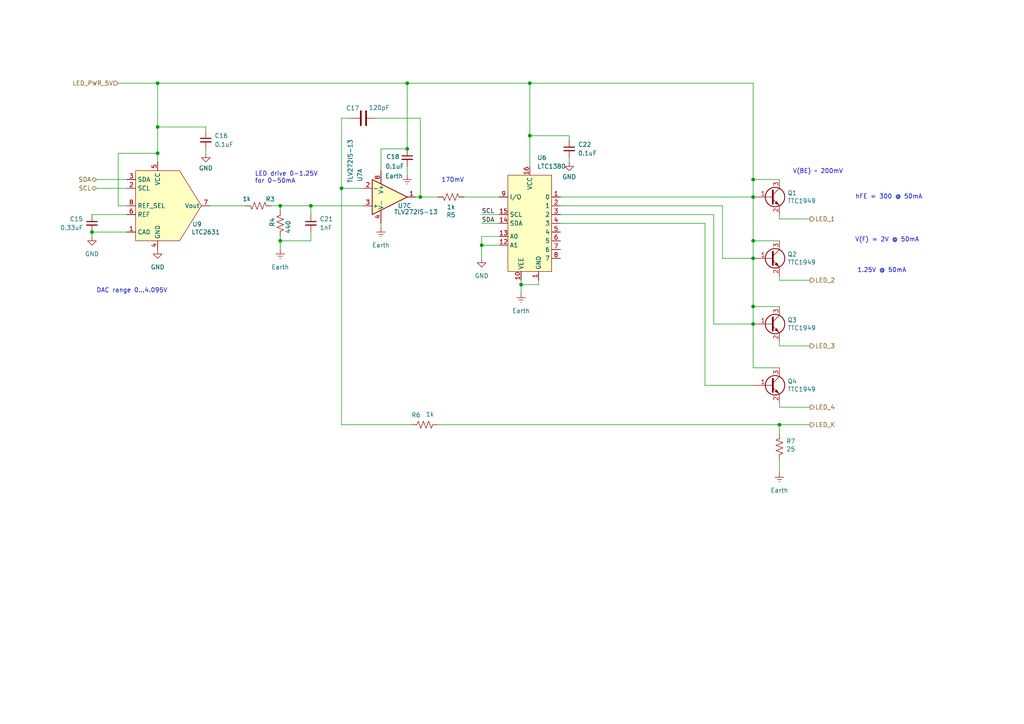
<source format=kicad_sch>
(kicad_sch (version 20250114) (generator "eeschema") (generator_version "9.0")
  (paper "A4")
  (lib_symbols
    (symbol "Device:C" (pin_numbers (hide yes)) (pin_names (offset 0.254))
      (property "Reference" "C" (at 0.635 2.54 0))
      (property "Value" "C" (at 0.635 -2.54 0))
      (symbol "C_0_1"
        (polyline (pts (xy -2.032 0.762) (xy 2.032 0.762)) (stroke (width 0.508)))
        (polyline (pts (xy -2.032 -0.762) (xy 2.032 -0.762)) (stroke (width 0.508)))
      )
      (symbol "C_1_1"
        (pin passive line (at 0 3.81 270) (length 2.794) (name "~") (number "1"))
        (pin passive line (at 0 -3.81 90) (length 2.794) (name "~") (number "2"))
      )
    )
    (symbol "Device:C_Small" (pin_numbers (hide yes)) (pin_names (offset 0.254) (hide yes))
      (property "Reference" "C" (at 0.254 1.778 0))
      (property "Value" "C_Small" (at 0.254 -2.032 0))
      (symbol "C_Small_0_1"
        (polyline (pts (xy -1.524 0.508) (xy 1.524 0.508)) (stroke (width 0.3048)))
        (polyline (pts (xy -1.524 -0.508) (xy 1.524 -0.508)) (stroke (width 0.3302)))
      )
      (symbol "C_Small_1_1"
        (pin passive line (at 0 2.54 270) (length 2.032) (name "~") (number "1"))
        (pin passive line (at 0 -2.54 90) (length 2.032) (name "~") (number "2"))
      )
    )
    (symbol "Device:Q_NPN_BEC" (pin_names (offset 0) (hide yes))
      (property "Reference" "Q" (at 5.08 1.27 0))
      (property "Value" "Q_NPN_BEC" (at 5.08 -1.27 0))
      (symbol "Q_NPN_BEC_0_1"
        (polyline (pts (xy 0.635 1.905) (xy 0.635 -1.905) (xy 0.635 -1.905)) (stroke (width 0.508)))
        (polyline (pts (xy 0.635 0.635) (xy 2.54 2.54)))
        (polyline (pts (xy 0.635 -0.635) (xy 2.54 -2.54) (xy 2.54 -2.54)))
        (circle (center 1.27 0) (radius 2.8194) (stroke (width 0.254)))
        (polyline (pts (xy 1.27 -1.778) (xy 1.778 -1.27) (xy 2.286 -2.286) (xy 1.27 -1.778) (xy 1.27 -1.778)) (fill (type outline)))
      )
      (symbol "Q_NPN_BEC_1_1"
        (pin input line (at -5.08 0 0) (length 5.715) (name "B") (number "1"))
        (pin passive line (at 2.54 5.08 270) (length 2.54) (name "C") (number "3"))
        (pin passive line (at 2.54 -5.08 90) (length 2.54) (name "E") (number "2"))
      )
    )
    (symbol "Device:R_US" (pin_numbers (hide yes)) (pin_names (offset 0))
      (property "Reference" "R" (at 2.54 0 90))
      (property "Value" "R_US" (at -2.54 0 90))
      (symbol "R_US_0_1"
        (polyline (pts (xy 0 2.286) (xy 0 2.54)))
        (polyline (pts (xy 0 2.286) (xy 1.016 1.905) (xy 0 1.524) (xy -1.016 1.143) (xy 0 0.762)))
        (polyline (pts (xy 0 0.762) (xy 1.016 0.381) (xy 0 0) (xy -1.016 -0.381) (xy 0 -0.762)))
        (polyline (pts (xy 0 -0.762) (xy 1.016 -1.143) (xy 0 -1.524) (xy -1.016 -1.905) (xy 0 -2.286)))
        (polyline (pts (xy 0 -2.286) (xy 0 -2.54)))
      )
      (symbol "R_US_1_1"
        (pin passive line (at 0 3.81 270) (length 1.27) (name "~") (number "1"))
        (pin passive line (at 0 -3.81 90) (length 1.27) (name "~") (number "2"))
      )
    )
    (symbol "TLV272IS-13:TLV272IS-13" (pin_names (offset 0.127))
      (property "Reference" "U" (at 0 5.08 0))
      (property "Value" "TLV272IS-13" (at 0 -5.08 0))
      (symbol "TLV272IS-13_1_1"
        (polyline (pts (xy -5.08 5.08) (xy 5.08 0) (xy -5.08 -5.08) (xy -5.08 5.08)) (stroke (width 0.254)) (fill (type background)))
        (pin input line (at -7.62 2.54 0) (length 2.54) (name "+") (number "3"))
        (pin input line (at -7.62 -2.54 0) (length 2.54) (name "-") (number "2"))
        (pin output line (at 7.62 0 180) (length 2.54) (name "~") (number "1"))
      )
      (symbol "TLV272IS-13_2_1"
        (polyline (pts (xy -5.08 5.08) (xy 5.08 0) (xy -5.08 -5.08) (xy -5.08 5.08)) (stroke (width 0.254)) (fill (type background)))
        (pin input line (at -7.62 2.54 0) (length 2.54) (name "+") (number "5"))
        (pin input line (at -7.62 -2.54 0) (length 2.54) (name "-") (number "6"))
        (pin output line (at 7.62 0 180) (length 2.54) (name "~") (number "7"))
      )
      (symbol "TLV272IS-13_3_1"
        (pin power_in line (at -2.54 7.62 270) (length 3.81) (name "V+") (number "8"))
        (pin power_in line (at -2.54 -7.62 90) (length 3.81) (name "V-") (number "4"))
      )
    )
    (symbol "my_LTC1380:LTC1380"
      (property "Reference" "U" (at 9.652 9.144 0))
      (symbol "LTC1380_1_1"
        (rectangle (start 0 6.35) (end 12.7 -21.59) (fill (type background)))
        (pin bidirectional line (at -2.54 0 0) (length 2.54) (name "I/O") (number "9"))
        (pin bidirectional line (at -2.54 -5.08 0) (length 2.54) (name "SCL") (number "15"))
        (pin bidirectional line (at -2.54 -7.62 0) (length 2.54) (name "SDA") (number "14"))
        (pin input line (at -2.54 -11.43 0) (length 2.54) (name "A0") (number "13"))
        (pin input line (at -2.54 -13.97 0) (length 2.54) (name "A1") (number "12"))
        (pin power_in line (at 3.81 -24.13 90) (length 2.54) (name "VEE") (number "10"))
        (pin power_in line (at 6.35 8.89 270) (length 2.54) (name "VCC") (number "16"))
        (pin power_out line (at 8.89 -24.13 90) (length 2.54) (name "GND") (number "1"))
        (pin bidirectional line (at 15.24 0 180) (length 2.54) (name "0") (number "1"))
        (pin bidirectional line (at 15.24 -2.54 180) (length 2.54) (name "1") (number "2"))
        (pin bidirectional line (at 15.24 -5.08 180) (length 2.54) (name "2") (number "3"))
        (pin bidirectional line (at 15.24 -7.62 180) (length 2.54) (name "3") (number "4"))
        (pin bidirectional line (at 15.24 -10.16 180) (length 2.54) (name "4") (number "5"))
        (pin bidirectional line (at 15.24 -12.7 180) (length 2.54) (name "5") (number "6"))
        (pin bidirectional line (at 15.24 -15.24 180) (length 2.54) (name "6") (number "7"))
        (pin bidirectional line (at 15.24 -17.78 180) (length 2.54) (name "7") (number "8"))
      )
    )
    (symbol "my_LTC2631:LTC2631"
      (property "Reference" "U9" (at 8.3059 5.08 0))
      (property "Value" "LTC2631" (at 8.3059 2.54 0))
      (symbol "LTC2631_1_1"
        (polyline (pts (xy 19.05 -11.43) (xy 12.7 -1.27) (xy 0 -1.27) (xy 0 -21.59) (xy 12.7 -21.59) (xy 19.05 -11.43)) (fill (type background)))
        (pin passive line (at -2.54 -3.81 0) (length 2.54) (name "SDA") (number "3"))
        (pin passive line (at -2.54 -6.35 0) (length 2.54) (name "SCL") (number "2"))
        (pin passive line (at -2.54 -11.43 0) (length 2.54) (name "REF_SEL") (number "8"))
        (pin passive line (at -2.54 -13.97 0) (length 2.54) (name "REF") (number "6"))
        (pin passive line (at -2.54 -19.05 0) (length 2.54) (name "CA0") (number "1"))
        (pin passive line (at 6.35 1.27 270) (length 2.54) (name "VCC") (number "5"))
        (pin passive line (at 6.35 -24.13 90) (length 2.54) (name "GND") (number "4"))
        (pin passive line (at 21.59 -11.43 180) (length 2.54) (name "Vout") (number "7"))
      )
    )
    (symbol "power:Earth" (power) (pin_numbers (hide yes)) (pin_names (offset 0) (hide yes))
      (property "Value" "Earth" (at 0 -3.81 0))
      (symbol "Earth_0_1"
        (polyline (pts (xy -0.635 -1.905) (xy 0.635 -1.905)))
        (polyline (pts (xy -0.127 -2.54) (xy 0.127 -2.54)))
        (polyline (pts (xy 0 -1.27) (xy 0 0)))
        (polyline (pts (xy 1.27 -1.27) (xy -1.27 -1.27)))
      )
      (symbol "Earth_1_1"
        (pin power_in line (at 0 0 270) (length 0) (name "~") (number "1"))
      )
    )
    (symbol "power:GND" (power) (pin_names (offset 0))
      (property "Value" "GND" (at 0 -3.81 0))
      (symbol "GND_0_1"
        (polyline (pts (xy 0 0) (xy 0 -1.27) (xy 1.27 -1.27) (xy 0 -2.54) (xy -1.27 -1.27) (xy 0 -1.27)))
      )
      (symbol "GND_1_1"
        (pin power_in line (at 0 0 270) (length 0) (hide yes) (name "GND") (number "1"))
      )
    )
  )
  (text "DAC range 0...4.095V" (at 27.94 85.09 0) (effects (font (size 1.27 1.27)) (justify left bottom)))
  (text "LED drive 0-1.25V\nfor 0-50mA" (at 73.914 51.562 0) (effects (font (size 1.27 1.27)) (justify left)))
  (text "V(BE) ~ 200mV" (at 237.236 49.784 0) (effects (font (size 1.27 1.27))))
  (text "1.25V @ 50mA" (at 255.778 78.486 0) (effects (font (size 1.27 1.27))))
  (text "170mV" (at 131.318 52.324 0) (effects (font (size 1.27 1.27))))
  (text "V(F) = 2V @ 50mA" (at 257.302 69.596 0) (effects (font (size 1.27 1.27))))
  (text "hFE = 300 @ 50mA" (at 257.81 57.15 0) (effects (font (size 1.27 1.27))))
  (junction (at 81.28 69.85))
  (junction (at 45.72 44.45))
  (junction (at 218.44 57.15))
  (junction (at 121.92 57.15))
  (junction (at 45.72 24.13))
  (junction (at 226.06 123.19))
  (junction (at 81.28 59.69))
  (junction (at 218.44 74.93))
  (junction (at 26.67 67.31))
  (junction (at 90.17 59.69))
  (junction (at 99.06 54.61))
  (junction (at 218.44 88.9))
  (junction (at 218.44 52.07))
  (junction (at 153.67 24.13))
  (junction (at 118.11 24.13))
  (junction (at 218.44 93.98))
  (junction (at 153.67 39.37))
  (junction (at 118.11 43.18))
  (junction (at 139.7 71.12))
  (junction (at 218.44 69.85))
  (junction (at 151.13 82.55))
  (junction (at 45.72 36.83))
  (wire (pts (xy 226.06 69.85) (xy 218.44 69.85)))
  (wire (pts (xy 105.41 54.61) (xy 99.06 54.61)))
  (wire (pts (xy 162.56 64.77) (xy 204.47 64.77)))
  (wire (pts (xy 204.47 64.77) (xy 204.47 111.76)))
  (wire (pts (xy 139.7 68.58) (xy 139.7 71.12)))
  (wire (pts (xy 118.11 43.18) (xy 118.11 24.13)))
  (wire (pts (xy 218.44 24.13) (xy 218.44 52.07)))
  (wire (pts (xy 81.28 72.39) (xy 81.28 69.85)))
  (wire (pts (xy 81.28 69.85) (xy 90.17 69.85)))
  (wire (pts (xy 162.56 62.23) (xy 207.01 62.23)))
  (wire (pts (xy 153.67 24.13) (xy 218.44 24.13)))
  (wire (pts (xy 45.72 24.13) (xy 118.11 24.13)))
  (wire (pts (xy 226.06 62.23) (xy 226.06 63.5)))
  (wire (pts (xy 139.7 71.12) (xy 139.7 74.93)))
  (wire (pts (xy 153.67 24.13) (xy 153.67 39.37)))
  (wire (pts (xy 45.72 36.83) (xy 45.72 44.45)))
  (wire (pts (xy 226.06 116.84) (xy 226.06 118.11)))
  (wire (pts (xy 27.94 54.61) (xy 36.83 54.61)))
  (wire (pts (xy 110.49 43.18) (xy 110.49 49.53)))
  (wire (pts (xy 99.06 34.29) (xy 101.6 34.29)))
  (wire (pts (xy 209.55 59.69) (xy 209.55 74.93)))
  (wire (pts (xy 218.44 106.68) (xy 218.44 93.98)))
  (wire (pts (xy 165.1 40.64) (xy 165.1 39.37)))
  (wire (pts (xy 156.21 81.28) (xy 156.21 82.55)))
  (wire (pts (xy 153.67 39.37) (xy 153.67 48.26)))
  (wire (pts (xy 99.06 54.61) (xy 99.06 34.29)))
  (wire (pts (xy 27.94 52.07) (xy 36.83 52.07)))
  (wire (pts (xy 81.28 59.69) (xy 90.17 59.69)))
  (wire (pts (xy 81.28 68.58) (xy 81.28 69.85)))
  (wire (pts (xy 226.06 123.19) (xy 226.06 125.73)))
  (wire (pts (xy 151.13 81.28) (xy 151.13 82.55)))
  (wire (pts (xy 90.17 59.69) (xy 90.17 62.23)))
  (wire (pts (xy 218.44 52.07) (xy 226.06 52.07)))
  (wire (pts (xy 26.67 62.23) (xy 36.83 62.23)))
  (wire (pts (xy 110.49 43.18) (xy 118.11 43.18)))
  (wire (pts (xy 156.21 82.55) (xy 151.13 82.55)))
  (wire (pts (xy 218.44 57.15) (xy 218.44 52.07)))
  (wire (pts (xy 118.11 48.26) (xy 118.11 50.8)))
  (wire (pts (xy 139.7 64.77) (xy 144.78 64.77)))
  (wire (pts (xy 110.49 64.77) (xy 110.49 66.04)))
  (wire (pts (xy 226.06 133.35) (xy 226.06 137.16)))
  (wire (pts (xy 144.78 68.58) (xy 139.7 68.58)))
  (wire (pts (xy 207.01 62.23) (xy 207.01 93.98)))
  (wire (pts (xy 121.92 57.15) (xy 120.65 57.15)))
  (wire (pts (xy 59.69 38.1) (xy 59.69 36.83)))
  (wire (pts (xy 78.74 59.69) (xy 81.28 59.69)))
  (wire (pts (xy 226.06 88.9) (xy 218.44 88.9)))
  (wire (pts (xy 226.06 99.06) (xy 226.06 100.33)))
  (wire (pts (xy 127 123.19) (xy 226.06 123.19)))
  (wire (pts (xy 26.67 67.31) (xy 36.83 67.31)))
  (wire (pts (xy 226.06 106.68) (xy 218.44 106.68)))
  (wire (pts (xy 218.44 69.85) (xy 218.44 57.15)))
  (wire (pts (xy 34.29 59.69) (xy 34.29 44.45)))
  (wire (pts (xy 109.22 34.29) (xy 121.92 34.29)))
  (wire (pts (xy 226.06 81.28) (xy 234.95 81.28)))
  (wire (pts (xy 218.44 74.93) (xy 218.44 69.85)))
  (wire (pts (xy 59.69 44.45) (xy 59.69 43.18)))
  (wire (pts (xy 45.72 36.83) (xy 59.69 36.83)))
  (wire (pts (xy 34.29 44.45) (xy 45.72 44.45)))
  (wire (pts (xy 81.28 59.69) (xy 81.28 60.96)))
  (wire (pts (xy 45.72 24.13) (xy 45.72 36.83)))
  (wire (pts (xy 209.55 74.93) (xy 218.44 74.93)))
  (wire (pts (xy 162.56 59.69) (xy 209.55 59.69)))
  (wire (pts (xy 119.38 123.19) (xy 99.06 123.19)))
  (wire (pts (xy 34.29 24.13) (xy 45.72 24.13)))
  (wire (pts (xy 162.56 57.15) (xy 218.44 57.15)))
  (wire (pts (xy 26.67 68.58) (xy 26.67 67.31)))
  (wire (pts (xy 226.06 123.19) (xy 234.95 123.19)))
  (wire (pts (xy 226.06 63.5) (xy 234.95 63.5)))
  (wire (pts (xy 204.47 111.76) (xy 218.44 111.76)))
  (wire (pts (xy 134.62 57.15) (xy 144.78 57.15)))
  (wire (pts (xy 218.44 88.9) (xy 218.44 74.93)))
  (wire (pts (xy 226.06 100.33) (xy 234.95 100.33)))
  (wire (pts (xy 226.06 118.11) (xy 234.95 118.11)))
  (wire (pts (xy 139.7 71.12) (xy 144.78 71.12)))
  (wire (pts (xy 218.44 93.98) (xy 218.44 88.9)))
  (wire (pts (xy 139.7 62.23) (xy 144.78 62.23)))
  (wire (pts (xy 99.06 123.19) (xy 99.06 54.61)))
  (wire (pts (xy 90.17 59.69) (xy 105.41 59.69)))
  (wire (pts (xy 90.17 67.31) (xy 90.17 69.85)))
  (wire (pts (xy 118.11 24.13) (xy 153.67 24.13)))
  (wire (pts (xy 207.01 93.98) (xy 218.44 93.98)))
  (wire (pts (xy 165.1 46.99) (xy 165.1 45.72)))
  (wire (pts (xy 60.96 59.69) (xy 71.12 59.69)))
  (wire (pts (xy 153.67 39.37) (xy 165.1 39.37)))
  (wire (pts (xy 121.92 57.15) (xy 127 57.15)))
  (wire (pts (xy 226.06 80.01) (xy 226.06 81.28)))
  (wire (pts (xy 121.92 34.29) (xy 121.92 57.15)))
  (wire (pts (xy 45.72 44.45) (xy 45.72 46.99)))
  (wire (pts (xy 36.83 59.69) (xy 34.29 59.69)))
  (wire (pts (xy 151.13 82.55) (xy 151.13 85.09)))
  (label "SCL" (at 139.7 62.23 0))
  (label "SDA" (at 139.7 64.77 0))
  (hierarchical_label "LED_K" (shape output) (at 234.95 123.19 0))
  (hierarchical_label "LED_PWR_5V" (shape input) (at 34.29 24.13 180))
  (hierarchical_label "LED_1" (shape output) (at 234.95 63.5 0))
  (hierarchical_label "LED_2" (shape output) (at 234.95 81.28 0))
  (hierarchical_label "SDA" (shape bidirectional) (at 27.94 52.07 180))
  (hierarchical_label "LED_3" (shape output) (at 234.95 100.33 0))
  (hierarchical_label "SCL" (shape bidirectional) (at 27.94 54.61 180))
  (hierarchical_label "LED_4" (shape output) (at 234.95 118.11 0))
  (symbol (lib_id "Device:R_US") (at 123.19 123.19 270) (unit 1)
    (property "Reference" "R6" (at 120.65 120.396 90))
    (property "Value" "1k" (at 124.714 120.142 90))
    (property "Footprint" "Resistor_SMD:R_0805_2012Metric_Pad1.20x1.40mm_HandSolder" (effects (hide yes)))
  )
  (symbol (lib_id "Device:R_US") (at 130.81 57.15 270) (mirror x) (unit 1)
    (property "Reference" "R5" (at 130.81 62.357 90))
    (property "Value" "1k" (at 130.81 60.0456 90))
    (property "Footprint" "Resistor_SMD:R_0805_2012Metric_Pad1.20x1.40mm_HandSolder" (effects (hide yes)))
  )
  (symbol (lib_id "Device:R_US") (at 226.06 129.54 0) (mirror x) (unit 1)
    (property "Reference" "R7" (at 229.362 127.254 0) (effects (justify bottom)))
    (property "Value" "25" (at 229.362 129.54 0) (effects (justify bottom)))
    (property "Footprint" "Resistor_SMD:R_1206_3216Metric" (effects (hide yes)))
  )
  (symbol (lib_id "Device:Q_NPN_BEC") (at 223.52 57.15 0) (unit 1)
    (property "Reference" "Q1" (at 228.3714 55.9816 0) (effects (justify left)))
    (property "Value" "TTC1949" (at 228.3714 58.293 0) (effects (justify left)))
    (property "Footprint" "Package_TO_SOT_SMD:SC-59" (effects (hide yes)))
    (property "DigikeyNumber" "TTC1949-GRLFCT-ND" (effects (hide yes)))
    (property "ManufacturerNumber" "TTC1949-GR,LF" (effects (hide yes)))
  )
  (symbol (lib_id "my_LTC1380:LTC1380") (at 147.32 57.15 0) (unit 1)
    (property "Reference" "U6" (at 155.8133 45.72 0) (effects (justify left)))
    (property "Value" "LTC1380" (at 155.8133 48.26 0) (effects (justify left)))
  )
  (symbol (lib_id "Device:Q_NPN_BEC") (at 223.52 93.98 0) (unit 1)
    (property "Reference" "Q3" (at 228.3714 92.8116 0) (effects (justify left)))
    (property "Value" "TTC1949" (at 228.3714 95.123 0) (effects (justify left)))
    (property "Footprint" "Package_TO_SOT_SMD:SC-59" (effects (hide yes)))
    (property "DigikeyNumber" "TTC1949-GRLFCT-ND" (effects (hide yes)))
    (property "ManufacturerNumber" "TTC1949-GR,LF" (effects (hide yes)))
  )
  (symbol (lib_id "power:GND") (at 139.7 74.93 0) (unit 1)
    (property "Reference" "#PWR032" (effects (hide yes)))
    (property "Value" "GND" (at 139.7 80.01 0))
  )
  (symbol (lib_id "power:Earth") (at 81.28 72.39 0) (unit 1)
    (property "Reference" "#PWR033" (effects (hide yes)))
    (property "Value" "Earth" (at 81.28 77.47 0))
    (property "Description" "Power symbol creates a global label with name \"Earth\"" (effects (hide yes)))
  )
  (symbol (lib_id "power:GND") (at 45.72 72.39 0) (unit 1)
    (property "Reference" "#PWR038" (effects (hide yes)))
    (property "Value" "GND" (at 45.72 77.47 0))
  )
  (symbol (lib_id "Device:R_US") (at 81.28 64.77 0) (mirror y) (unit 1)
    (property "Reference" "R4" (at 78.994 64.4398 90))
    (property "Value" "440" (at 83.5914 65.8368 90))
    (property "Footprint" "Resistor_SMD:R_0805_2012Metric_Pad1.20x1.40mm_HandSolder" (effects (hide yes)))
  )
  (symbol (lib_id "power:GND") (at 26.67 68.58 0) (unit 1)
    (property "Reference" "#PWR031" (effects (hide yes)))
    (property "Value" "GND" (at 26.67 73.66 0))
  )
  (symbol (lib_id "power:Earth") (at 226.06 137.16 0) (unit 1)
    (property "Reference" "#PWR037" (effects (hide yes)))
    (property "Value" "Earth" (at 226.06 142.24 0))
    (property "Description" "Power symbol creates a global label with name \"Earth\"" (effects (hide yes)))
  )
  (symbol (lib_id "Device:Q_NPN_BEC") (at 223.52 111.76 0) (unit 1)
    (property "Reference" "Q4" (at 228.3714 110.5916 0) (effects (justify left)))
    (property "Value" "TTC1949" (at 228.3714 112.903 0) (effects (justify left)))
    (property "Footprint" "Package_TO_SOT_SMD:SC-59" (effects (hide yes)))
    (property "DigikeyNumber" "TTC1949-GRLFCT-ND" (effects (hide yes)))
    (property "ManufacturerNumber" "TTC1949-GR,LF" (effects (hide yes)))
  )
  (symbol (lib_id "Device:C_Small") (at 118.11 45.72 0) (unit 1)
    (property "Reference" "C18" (at 112.014 45.466 0) (effects (justify left)))
    (property "Value" "0.1uF" (at 111.76 48.26 0) (effects (justify left)))
    (property "Footprint" "Capacitor_SMD:C_0805_2012Metric_Pad1.18x1.45mm_HandSolder" (effects (hide yes)))
  )
  (symbol (lib_id "TLV272IS-13:TLV272IS-13") (at 113.03 57.15 0) (mirror x) (unit 1)
    (property "Reference" "U7" (at 104.394 50.8 90))
    (property "Value" "TLV272IS-13" (at 101.6 46.736 90))
    (property "Footprint" "Package_SO:SOIC-8_3.9x4.9mm_P1.27mm" (effects (hide yes)))
    (property "Datasheet" "https://www.diodes.com/assets/Datasheets/TLV27x.pdf" (effects (hide yes)))
    (property "DigikeyNumber" "TLV272IS-13DICT-ND" (effects (hide yes)))
  )
  (symbol (lib_id "power:Earth") (at 110.49 66.04 0) (unit 1)
    (property "Reference" "#PWR035" (effects (hide yes)))
    (property "Value" "Earth" (at 110.49 71.12 0))
    (property "Description" "Power symbol creates a global label with name \"Earth\"" (effects (hide yes)))
  )
  (symbol (lib_id "power:Earth") (at 118.11 50.8 0) (unit 1)
    (property "Reference" "#PWR036" (effects (hide yes)))
    (property "Value" "Earth" (at 114.3 51.054 0))
    (property "Description" "Power symbol creates a global label with name \"Earth\"" (effects (hide yes)))
  )
  (symbol (lib_id "power:GND") (at 165.1 46.99 0) (mirror y) (unit 1)
    (property "Reference" "#PWR039" (effects (hide yes)))
    (property "Value" "GND" (at 165.1 51.308 0))
  )
  (symbol (lib_id "Device:C_Small") (at 90.17 64.77 0) (unit 1)
    (property "Reference" "C21" (at 92.71 63.5063 0) (effects (justify left)))
    (property "Value" "1nF" (at 92.71 66.0463 0) (effects (justify left)))
    (property "Footprint" "Capacitor_SMD:C_0805_2012Metric_Pad1.18x1.45mm_HandSolder" (effects (hide yes)))
  )
  (symbol (lib_id "my_LTC2631:LTC2631") (at 39.37 48.26 0) (unit 1)
    (property "Reference" "U9" (at 57.15 65.024 0))
    (property "Value" "LTC2631" (at 59.69 67.31 0))
    (property "Footprint" "Package_TO_SOT_SMD:TSOT-23-8" (effects (hide yes)))
    (property "Datasheet" "https://www.analog.com/media/en/technical-documentation/data-sheets/2631fd.pdf" (effects (hide yes)))
    (property "DigikeyNumber" "LTC2631CTS8-HZ12#TRMPBFCT-ND" (effects (hide yes)))
    (property "ManufacturerNumber" "LTC2631CTS8-HZ12#TRMPBF" (effects (hide yes)))
  )
  (symbol (lib_id "Device:C_Small") (at 165.1 43.18 0) (unit 1)
    (property "Reference" "C22" (at 167.64 41.9163 0) (effects (justify left)))
    (property "Value" "0.1uF" (at 167.64 44.4563 0) (effects (justify left)))
    (property "Footprint" "Capacitor_SMD:C_0603_1608Metric" (effects (hide yes)))
    (property "DigikeyNumber" "1276-1005-1-ND" (effects (hide yes)))
    (property "ManufacturerNumber" "CL10B104KO8NNNC" (effects (hide yes)))
  )
  (symbol (lib_id "Device:C_Small") (at 26.67 64.77 0) (mirror y) (unit 1)
    (property "Reference" "C15" (at 24.13 63.5063 0) (effects (justify left)))
    (property "Value" "0.33uF" (at 24.13 66.0463 0) (effects (justify left)))
    (property "Footprint" "Capacitor_SMD:C_0603_1608Metric" (effects (hide yes)))
    (property "DigikeyNumber" "1276-2048-1-ND" (effects (hide yes)))
    (property "ManufacturerNumber" "CL10B334KO8NNNC" (effects (hide yes)))
  )
  (symbol (lib_id "power:Earth") (at 151.13 85.09 0) (unit 1)
    (property "Reference" "#PWR029" (effects (hide yes)))
    (property "Value" "Earth" (at 151.13 90.17 0))
    (property "Description" "Power symbol creates a global label with name \"Earth\"" (effects (hide yes)))
  )
  (symbol (lib_id "Device:C") (at 105.41 34.29 90) (unit 1)
    (property "Reference" "C17" (at 104.2416 31.369 90) (effects (justify left)))
    (property "Value" "120pF" (at 113.03 31.242 90) (effects (justify left)))
    (property "Footprint" "Capacitor_SMD:C_0805_2012Metric_Pad1.18x1.45mm_HandSolder" (effects (hide yes)))
  )
  (symbol (lib_id "power:GND") (at 59.69 44.45 0) (mirror y) (unit 1)
    (property "Reference" "#PWR034" (effects (hide yes)))
    (property "Value" "GND" (at 59.69 48.768 0))
  )
  (symbol (lib_id "TLV272IS-13:TLV272IS-13") (at 113.03 57.15 0) (unit 3)
    (property "Reference" "U7" (at 119.38 59.69 0) (effects (justify right)))
    (property "Value" "TLV272IS-13" (at 127 61.468 0) (effects (justify right)))
    (property "Footprint" "Package_SO:SOIC-8_3.9x4.9mm_P1.27mm" (effects (hide yes)))
    (property "Datasheet" "https://www.diodes.com/assets/Datasheets/TLV27x.pdf" (effects (hide yes)))
    (property "DigikeyNumber" "TLV272IS-13DICT-ND" (effects (hide yes)))
  )
  (symbol (lib_id "Device:Q_NPN_BEC") (at 223.52 74.93 0) (unit 1)
    (property "Reference" "Q2" (at 228.3714 73.7616 0) (effects (justify left)))
    (property "Value" "TTC1949" (at 228.3714 76.073 0) (effects (justify left)))
    (property "Footprint" "Package_TO_SOT_SMD:SC-59" (effects (hide yes)))
    (property "DigikeyNumber" "TTC1949-GRLFCT-ND" (effects (hide yes)))
    (property "ManufacturerNumber" "TTC1949-GR,LF" (effects (hide yes)))
  )
  (symbol (lib_id "Device:R_US") (at 74.93 59.69 270) (mirror x) (unit 1)
    (property "Reference" "R3" (at 78.3844 57.7596 90))
    (property "Value" "1k" (at 71.5518 57.6834 90))
    (property "Footprint" "Resistor_SMD:R_0805_2012Metric_Pad1.20x1.40mm_HandSolder" (effects (hide yes)))
  )
  (symbol (lib_id "Device:C_Small") (at 59.69 40.64 0) (unit 1)
    (property "Reference" "C16" (at 62.23 39.3763 0) (effects (justify left)))
    (property "Value" "0.1uF" (at 62.23 41.9163 0) (effects (justify left)))
    (property "Footprint" "Capacitor_SMD:C_0603_1608Metric" (effects (hide yes)))
    (property "DigikeyNumber" "1276-1005-1-ND" (effects (hide yes)))
    (property "ManufacturerNumber" "CL10B104KO8NNNC" (effects (hide yes)))
  )
)
</source>
